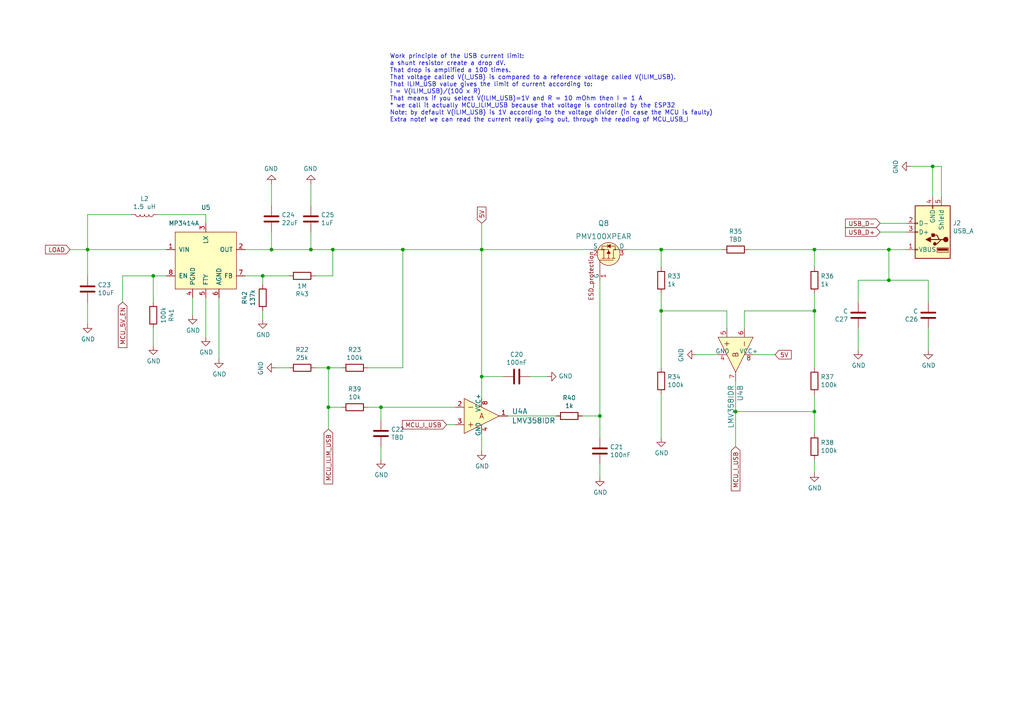
<source format=kicad_sch>
(kicad_sch (version 20211123) (generator eeschema)
  (paper "A4")
  (lib_symbols
    (symbol "SHS_DCDC:C-Device" (pin_numbers hide) (pin_names (offset 0.254))
      (property "Reference" "C" (at 0.635 2.54 0))
      (property "Value" "C-Device" (at 0.635 -2.54 0))
      (symbol "C-Device_0_1"
        (polyline (pts (xy -2.032 -0.762) (xy 2.032 -0.762)) (stroke (width 0.508)))
        (polyline (pts (xy -2.032 0.762) (xy 2.032 0.762)) (stroke (width 0.508)))
      )
      (symbol "C-Device_1_1"
        (pin passive line (at 0 3.81 270) (length 2.794) (name "~") (number "1"))
        (pin passive line (at 0 -3.81 90) (length 2.794) (name "~") (number "2"))
      )
    )
    (symbol "SHS_DCDC:GND-power" (power) (pin_names (offset 0))
      (property "Value" "GND-power" (at 0 -3.81 0))
      (symbol "GND-power_0_1"
        (polyline (pts (xy 0 0) (xy 0 -1.27) (xy 1.27 -1.27) (xy 0 -2.54) (xy -1.27 -1.27) (xy 0 -1.27)))
      )
      (symbol "GND-power_1_1"
        (pin power_in line (at 0 0 270) (length 0) hide (name "GND") (number "1"))
      )
    )
    (symbol "SHS_DCDC:L-Device" (pin_numbers hide) (pin_names (offset 1.016) hide)
      (property "Reference" "L" (at -1.27 0 90))
      (property "Value" "L-Device" (at 1.905 0 90))
      (symbol "L-Device_0_1"
        (arc (start 0 -2.54) (mid 0.635 -1.905) (end 0 -1.27))
        (arc (start 0 -1.27) (mid 0.635 -0.635) (end 0 0))
        (arc (start 0 0) (mid 0.635 0.635) (end 0 1.27))
        (arc (start 0 1.27) (mid 0.635 1.905) (end 0 2.54))
      )
      (symbol "L-Device_1_1"
        (pin passive line (at 0 3.81 270) (length 1.27) (name "1") (number "1"))
        (pin passive line (at 0 -3.81 90) (length 1.27) (name "2") (number "2"))
      )
    )
    (symbol "SHS_DCDC:LMV358IDR-dk_Linear-Amplifiers-Instrumentation-OP-Amps-Buffer-Amps" (pin_names (offset 0))
      (property "Reference" "U" (at -5.08 7.62 0))
      (property "Value" "LMV358IDR-dk_Linear-Amplifiers-Instrumentation-OP-Amps-Buffer-Amps" (at 2.54 -5.08 0))
      (symbol "LMV358IDR-dk_Linear-Amplifiers-Instrumentation-OP-Amps-Buffer-Amps_0_0"
        (polyline (pts (xy -3.81 -2.54) (xy -2.54 -2.54)))
        (polyline (pts (xy -3.81 2.54) (xy -2.54 2.54)))
        (polyline (pts (xy -3.175 -1.905) (xy -3.175 -3.175)))
        (polyline (pts (xy -5.08 5.08) (xy -5.08 -5.08) (xy 5.08 0) (xy -5.08 5.08)) (fill (type background)))
      )
      (symbol "LMV358IDR-dk_Linear-Amplifiers-Instrumentation-OP-Amps-Buffer-Amps_1_0"
        (text "A" (at 0 0 0) (effects (font (size 1.524 1.524))))
      )
      (symbol "LMV358IDR-dk_Linear-Amplifiers-Instrumentation-OP-Amps-Buffer-Amps_1_1"
        (pin output line (at 7.62 0 180) (length 2.54) (name "~") (number "1"))
        (pin input line (at -7.62 2.54 0) (length 2.54) (name "~") (number "2"))
        (pin input line (at -7.62 -2.54 0) (length 2.54) (name "~") (number "3"))
        (pin power_in line (at 0 -5.08 90) (length 2.54) (name "GND") (number "4"))
        (pin power_in line (at 0 5.08 270) (length 2.54) (name "VCC+") (number "8"))
      )
      (symbol "LMV358IDR-dk_Linear-Amplifiers-Instrumentation-OP-Amps-Buffer-Amps_2_0"
        (text "B" (at 0 0 0) (effects (font (size 1.524 1.524))))
      )
      (symbol "LMV358IDR-dk_Linear-Amplifiers-Instrumentation-OP-Amps-Buffer-Amps_2_1"
        (pin power_in line (at 0 -5.08 90) (length 2.54) (name "GND") (number "4"))
        (pin input line (at -7.62 -2.54 0) (length 2.54) (name "~") (number "5"))
        (pin input line (at -7.62 2.54 0) (length 2.54) (name "~") (number "6"))
        (pin output line (at 7.62 0 180) (length 2.54) (name "~") (number "7"))
        (pin power_in line (at 0 5.08 270) (length 2.54) (name "VCC+") (number "8"))
      )
    )
    (symbol "SHS_DCDC:MP3414A" (pin_names (offset 1.016))
      (property "Reference" "U" (at -7.62 -11.43 0))
      (property "Value" "MP3414A" (at -8.89 11.43 0))
      (symbol "MP3414A_1_1"
        (rectangle (start -8.89 8.89) (end 8.89 -7.62) (fill (type background)))
        (pin power_in line (at -11.43 3.81 0) (length 2.54) (name "VIN") (number "1"))
        (pin power_out line (at 11.43 3.81 180) (length 2.54) (name "OUT") (number "2"))
        (pin power_in line (at 0 11.43 270) (length 2.54) (name "LX") (number "3"))
        (pin power_out line (at -3.81 -10.16 90) (length 2.54) (name "PGND") (number "4"))
        (pin passive line (at 0 -10.16 90) (length 2.54) (name "FTY") (number "5"))
        (pin input line (at 3.81 -10.16 90) (length 2.54) (name "AGND") (number "6"))
        (pin input line (at 11.43 -3.81 180) (length 2.54) (name "FB") (number "7"))
        (pin input line (at -11.43 -3.81 0) (length 2.54) (name "EN") (number "8"))
      )
    )
    (symbol "SHS_DCDC:PMV100XPEAR" (pin_names (offset 0))
      (property "Reference" "Q" (at -2.6924 3.6322 0))
      (property "Value" "PMV100XPEAR" (at 3.4544 0 90))
      (symbol "PMV100XPEAR_0_0"
        (text "ESD_protection" (at -7.62 -5.08 0) (effects (font (size 1.27 1.27))))
      )
      (symbol "PMV100XPEAR_0_1"
        (circle (center -1.27 0) (radius 3.302) (fill (type background)))
        (circle (center 0 -1.905) (radius 0.127))
        (circle (center 0 -1.397) (radius 0.127))
        (polyline (pts (xy 0 -1.397) (xy -2.54 -1.397)))
        (polyline (pts (xy -6.35 -2.54) (xy -3.048 -2.54) (xy -3.048 1.397)))
        (polyline (pts (xy 0 -2.54) (xy 0 0) (xy -2.54 0)))
        (polyline (pts (xy 0 2.54) (xy 0 1.397) (xy -2.54 1.397)))
        (polyline (pts (xy -0.127 -1.905) (xy 1.016 -1.905) (xy 1.016 1.397) (xy 1.016 1.905) (xy -0.127 1.905)))
        (circle (center 0 1.905) (radius 0.127))
      )
      (symbol "PMV100XPEAR_1_1"
        (polyline (pts (xy -2.54 -1.397) (xy -2.54 -1.905)))
        (polyline (pts (xy -2.54 -1.397) (xy -2.54 -0.889)))
        (polyline (pts (xy -2.54 0) (xy -2.54 -0.508)))
        (polyline (pts (xy -2.54 0) (xy -2.54 0.508)))
        (polyline (pts (xy -2.54 1.905) (xy -2.54 0.889)))
        (polyline (pts (xy 1.524 -0.254) (xy 0.508 -0.254)))
        (polyline (pts (xy -0.381 0) (xy -1.143 0.508) (xy -1.143 -0.508) (xy -0.381 0)) (fill (type outline)))
        (polyline (pts (xy 1.016 -0.254) (xy 1.524 0.508) (xy 0.508 0.508) (xy 1.016 -0.254)) (fill (type outline)))
        (pin bidirectional line (at -8.89 -2.54 0) (length 2.54) (name "G") (number "1"))
        (pin bidirectional line (at 0 -5.08 90) (length 2.54) (name "S") (number "2"))
        (pin bidirectional line (at 0 5.08 270) (length 2.54) (name "D") (number "3"))
      )
    )
    (symbol "SHS_DCDC:R-Device" (pin_numbers hide) (pin_names (offset 0))
      (property "Reference" "R" (at 2.032 0 90))
      (property "Value" "R-Device" (at 0 0 90))
      (symbol "R-Device_0_1"
        (rectangle (start -1.016 -2.54) (end 1.016 2.54) (stroke (width 0.254)))
      )
      (symbol "R-Device_1_1"
        (pin passive line (at 0 3.81 270) (length 1.27) (name "~") (number "1"))
        (pin passive line (at 0 -3.81 90) (length 1.27) (name "~") (number "2"))
      )
    )
    (symbol "SHS_DCDC:USB_A-Connector" (pin_names (offset 1.016))
      (property "Reference" "J" (at -5.08 11.43 0))
      (property "Value" "USB_A-Connector" (at -5.08 8.89 0))
      (symbol "USB_A-Connector_0_1"
        (rectangle (start -5.08 -7.62) (end 5.08 7.62) (stroke (width 0.254)) (fill (type background)))
        (circle (center -3.81 2.159) (radius 0.635) (stroke (width 0.254)) (fill (type outline)))
        (rectangle (start -1.524 4.826) (end -4.318 5.334) (fill (type outline)))
        (rectangle (start -1.27 4.572) (end -4.572 5.842))
        (circle (center -0.635 3.429) (radius 0.381) (stroke (width 0.254)) (fill (type outline)))
        (rectangle (start -0.127 -7.62) (end 0.127 -6.858))
        (polyline (pts (xy -3.175 2.159) (xy -2.54 2.159) (xy -1.27 3.429) (xy -0.635 3.429)) (stroke (width 0.254)))
        (polyline (pts (xy -2.54 2.159) (xy -1.905 2.159) (xy -1.27 0.889) (xy 0 0.889)) (stroke (width 0.254)))
        (polyline (pts (xy 0.635 2.794) (xy 0.635 1.524) (xy 1.905 2.159) (xy 0.635 2.794)) (stroke (width 0.254)) (fill (type outline)))
        (rectangle (start 0.254 1.27) (end -0.508 0.508) (stroke (width 0.254)) (fill (type outline)))
        (rectangle (start 5.08 -2.667) (end 4.318 -2.413))
        (rectangle (start 5.08 -0.127) (end 4.318 0.127))
        (rectangle (start 5.08 4.953) (end 4.318 5.207))
      )
      (symbol "USB_A-Connector_1_1"
        (polyline (pts (xy -1.905 2.159) (xy 0.635 2.159)) (stroke (width 0.254)))
        (pin power_in line (at 7.62 5.08 180) (length 2.54) (name "VBUS") (number "1"))
        (pin bidirectional line (at 7.62 -2.54 180) (length 2.54) (name "D-") (number "2"))
        (pin bidirectional line (at 7.62 0 180) (length 2.54) (name "D+") (number "3"))
        (pin power_in line (at 0 -10.16 90) (length 2.54) (name "GND") (number "4"))
        (pin passive line (at -2.54 -10.16 90) (length 2.54) (name "Shield") (number "5"))
      )
    )
  )
  (junction (at 236.22 119.38))
  (junction (at 257.81 72.39))
  (junction (at 213.36 119.38))
  (junction (at 110.49 118.11))
  (junction (at 139.7 109.22))
  (junction (at 95.25 118.11))
  (junction (at 90.17 72.39))
  (junction (at 257.81 81.28))
  (junction (at 25.4 72.39))
  (junction (at 191.77 72.39))
  (junction (at 173.99 120.65))
  (junction (at 236.22 72.39))
  (junction (at 95.25 106.68))
  (junction (at 76.2 80.01))
  (junction (at 78.74 72.39))
  (junction (at 191.77 90.17))
  (junction (at 44.45 80.01))
  (junction (at 139.7 72.39))
  (junction (at 270.51 48.26))
  (junction (at 116.84 72.39))
  (junction (at 236.22 90.17))
  (junction (at 96.52 72.39))
  (wire (pts (xy 95.25 118.11) (xy 95.25 106.68)))
  (wire (pts (xy 173.99 120.65) (xy 173.99 127)))
  (wire (pts (xy 213.36 119.38) (xy 213.36 110.49)))
  (wire (pts (xy 110.49 118.11) (xy 132.08 118.11)))
  (wire (pts (xy 262.89 67.31) (xy 255.27 67.31)))
  (wire (pts (xy 236.22 72.39) (xy 236.22 77.47)))
  (wire (pts (xy 248.92 81.28) (xy 248.92 87.63)))
  (wire (pts (xy 25.4 87.63) (xy 25.4 93.98)))
  (wire (pts (xy 63.5 86.36) (xy 63.5 104.14)))
  (wire (pts (xy 25.4 72.39) (xy 25.4 80.01)))
  (wire (pts (xy 139.7 115.57) (xy 139.7 109.22)))
  (wire (pts (xy 48.26 80.01) (xy 44.45 80.01)))
  (wire (pts (xy 191.77 90.17) (xy 210.82 90.17)))
  (wire (pts (xy 76.2 80.01) (xy 71.12 80.01)))
  (wire (pts (xy 191.77 90.17) (xy 191.77 106.68)))
  (wire (pts (xy 35.56 80.01) (xy 44.45 80.01)))
  (wire (pts (xy 191.77 85.09) (xy 191.77 90.17)))
  (wire (pts (xy 96.52 72.39) (xy 90.17 72.39)))
  (wire (pts (xy 78.74 72.39) (xy 78.74 67.31)))
  (wire (pts (xy 236.22 133.35) (xy 236.22 137.16)))
  (wire (pts (xy 44.45 80.01) (xy 44.45 87.63)))
  (wire (pts (xy 110.49 118.11) (xy 106.68 118.11)))
  (wire (pts (xy 173.99 134.62) (xy 173.99 138.43)))
  (wire (pts (xy 25.4 72.39) (xy 48.26 72.39)))
  (wire (pts (xy 91.44 80.01) (xy 96.52 80.01)))
  (wire (pts (xy 217.17 72.39) (xy 236.22 72.39)))
  (wire (pts (xy 78.74 59.69) (xy 78.74 53.34)))
  (wire (pts (xy 218.44 102.87) (xy 224.79 102.87)))
  (wire (pts (xy 255.27 64.77) (xy 262.89 64.77)))
  (wire (pts (xy 168.91 120.65) (xy 173.99 120.65)))
  (wire (pts (xy 95.25 106.68) (xy 99.06 106.68)))
  (wire (pts (xy 273.05 57.15) (xy 273.05 48.26)))
  (wire (pts (xy 153.67 109.22) (xy 158.75 109.22)))
  (wire (pts (xy 90.17 72.39) (xy 78.74 72.39)))
  (wire (pts (xy 59.69 97.79) (xy 59.69 86.36)))
  (wire (pts (xy 248.92 81.28) (xy 257.81 81.28)))
  (wire (pts (xy 236.22 114.3) (xy 236.22 119.38)))
  (wire (pts (xy 91.44 106.68) (xy 95.25 106.68)))
  (wire (pts (xy 76.2 82.55) (xy 76.2 80.01)))
  (wire (pts (xy 90.17 59.69) (xy 90.17 53.34)))
  (wire (pts (xy 257.81 72.39) (xy 257.81 81.28)))
  (wire (pts (xy 139.7 125.73) (xy 139.7 130.81)))
  (wire (pts (xy 139.7 72.39) (xy 171.45 72.39)))
  (wire (pts (xy 236.22 72.39) (xy 257.81 72.39)))
  (wire (pts (xy 96.52 80.01) (xy 96.52 72.39)))
  (wire (pts (xy 116.84 72.39) (xy 116.84 106.68)))
  (wire (pts (xy 191.77 72.39) (xy 191.77 77.47)))
  (wire (pts (xy 116.84 72.39) (xy 96.52 72.39)))
  (wire (pts (xy 45.72 62.23) (xy 59.69 62.23)))
  (wire (pts (xy 208.28 102.87) (xy 201.93 102.87)))
  (wire (pts (xy 139.7 109.22) (xy 139.7 72.39)))
  (wire (pts (xy 210.82 90.17) (xy 210.82 95.25)))
  (wire (pts (xy 25.4 72.39) (xy 25.4 62.23)))
  (wire (pts (xy 236.22 85.09) (xy 236.22 90.17)))
  (wire (pts (xy 248.92 95.25) (xy 248.92 101.6)))
  (wire (pts (xy 25.4 62.23) (xy 38.1 62.23)))
  (wire (pts (xy 236.22 90.17) (xy 215.9 90.17)))
  (wire (pts (xy 139.7 64.77) (xy 139.7 72.39)))
  (wire (pts (xy 269.24 81.28) (xy 269.24 87.63)))
  (wire (pts (xy 110.49 129.54) (xy 110.49 133.35)))
  (wire (pts (xy 270.51 57.15) (xy 270.51 48.26)))
  (wire (pts (xy 110.49 121.92) (xy 110.49 118.11)))
  (wire (pts (xy 147.32 120.65) (xy 161.29 120.65)))
  (wire (pts (xy 76.2 90.17) (xy 76.2 92.71)))
  (wire (pts (xy 181.61 72.39) (xy 191.77 72.39)))
  (wire (pts (xy 59.69 62.23) (xy 59.69 64.77)))
  (wire (pts (xy 236.22 90.17) (xy 236.22 106.68)))
  (wire (pts (xy 55.88 86.36) (xy 55.88 91.44)))
  (wire (pts (xy 132.08 123.19) (xy 129.54 123.19)))
  (wire (pts (xy 20.32 72.39) (xy 25.4 72.39)))
  (wire (pts (xy 213.36 119.38) (xy 213.36 129.54)))
  (wire (pts (xy 35.56 87.63) (xy 35.56 80.01)))
  (wire (pts (xy 236.22 119.38) (xy 236.22 125.73)))
  (wire (pts (xy 257.81 81.28) (xy 269.24 81.28)))
  (wire (pts (xy 270.51 48.26) (xy 264.16 48.26)))
  (wire (pts (xy 257.81 72.39) (xy 262.89 72.39)))
  (wire (pts (xy 173.99 120.65) (xy 173.99 81.28)))
  (wire (pts (xy 95.25 118.11) (xy 99.06 118.11)))
  (wire (pts (xy 78.74 72.39) (xy 71.12 72.39)))
  (wire (pts (xy 44.45 100.33) (xy 44.45 95.25)))
  (wire (pts (xy 191.77 72.39) (xy 209.55 72.39)))
  (wire (pts (xy 95.25 118.11) (xy 95.25 124.46)))
  (wire (pts (xy 273.05 48.26) (xy 270.51 48.26)))
  (wire (pts (xy 80.01 106.68) (xy 83.82 106.68)))
  (wire (pts (xy 215.9 90.17) (xy 215.9 95.25)))
  (wire (pts (xy 139.7 72.39) (xy 116.84 72.39)))
  (wire (pts (xy 269.24 95.25) (xy 269.24 101.6)))
  (wire (pts (xy 83.82 80.01) (xy 76.2 80.01)))
  (wire (pts (xy 106.68 106.68) (xy 116.84 106.68)))
  (wire (pts (xy 139.7 109.22) (xy 146.05 109.22)))
  (wire (pts (xy 191.77 114.3) (xy 191.77 127)))
  (wire (pts (xy 90.17 67.31) (xy 90.17 72.39)))
  (wire (pts (xy 236.22 119.38) (xy 213.36 119.38)))
  (text "Work principle of the USB current limit:\na shunt resistor create a drop dV.\nThat drop is amplified a 100 times.\nThat voltage called V(I_USB) is compared to a reference voltage called V(ILIM_USB).\nThat ILIM_USB value gives the limit of current according to:\nI = V(ILIM_USB)/(100 x R)\nThat means if you select V(ILIM_USB)=1V and R = 10 mOhm then I = 1 A\n* we call it actually MCU_ILIM_USB because that voltage is controlled by the ESP32\nNote: by default V(ILIM_USB) is 1V according to the voltage divider (in case the MCU is faulty)\nExtra note! we can read the current really going out, through the reading of MCU_USB_I" (at 113.03 35.56 0) (effects (font (size 1.27 1.27)) (justify left bottom)))
  (global_label "5V" (shape input) (at 224.79 102.87 0) (property "Intersheet References" "${INTERSHEET_REFS}" (effects hide)))
  (global_label "MCU_5V_EN" (shape input) (at 35.56 87.63 270) (property "Intersheet References" "${INTERSHEET_REFS}" (effects hide)))
  (global_label "USB_D+" (shape input) (at 255.27 67.31 180) (property "Intersheet References" "${INTERSHEET_REFS}" (effects hide)))
  (global_label "MCU_ILIM_USB" (shape input) (at 95.25 124.46 270) (property "Intersheet References" "${INTERSHEET_REFS}" (effects hide)))
  (global_label "MCU_I_USB" (shape input) (at 213.36 129.54 270) (property "Intersheet References" "${INTERSHEET_REFS}" (effects hide)))
  (global_label "USB_D-" (shape input) (at 255.27 64.77 180) (property "Intersheet References" "${INTERSHEET_REFS}" (effects hide)))
  (global_label "MCU_I_USB" (shape input) (at 129.54 123.19 180) (property "Intersheet References" "${INTERSHEET_REFS}" (effects hide)))
  (global_label "5V" (shape input) (at 139.7 64.77 90) (property "Intersheet References" "${INTERSHEET_REFS}" (effects hide)))
  (global_label "LOAD" (shape input) (at 20.32 72.39 180) (property "Intersheet References" "${INTERSHEET_REFS}" (effects hide)))
  (symbol (lib_id "SHS_DCDC:LMV358IDR-dk_Linear-Amplifiers-Instrumentation-OP-Amps-Buffer-Amps") (at 139.7 120.65 0) (unit 1)
    (property "Reference" "U4" (at 148.4376 119.3038 0) (effects (font (size 1.524 1.524)) (justify left)))
    (property "Value" "LMV358IDR" (at 148.4376 121.9962 0) (effects (font (size 1.524 1.524)) (justify left)))
    (property "Footprint" "digikey-footprints:SOIC-8_W3.9mm" (effects hide))
    (property "Datasheet" "http://www.ti.com/lit/ds/symlink/lmv324.pdf" (effects hide))
    (property "Digi-Key_PN" "296-9571-1-ND" (effects hide))
    (property "MPN" "LMV358IDR" (effects hide))
    (property "Category" "Integrated Circuits (ICs)" (effects hide))
    (property "Family" "Linear - Amplifiers - Instrumentation, OP Amps, Buffer Amps" (effects hide))
    (property "DK_Datasheet_Link" "http://www.ti.com/lit/ds/symlink/lmv324.pdf" (effects hide))
    (property "DK_Detail_Page" "/product-detail/en/texas-instruments/LMV358IDR/296-9571-1-ND/379842" (effects hide))
    (property "Description" "IC OPAMP GP 2 CIRCUIT 8SOIC" (effects hide))
    (property "Manufacturer" "Texas Instruments" (effects hide))
    (property "Status" "Active" (effects hide))
  )
  (symbol (lib_id "SHS_DCDC:LMV358IDR-dk_Linear-Amplifiers-Instrumentation-OP-Amps-Buffer-Amps") (at 213.36 102.87 270) (unit 2)
    (property "Reference" "U4" (at 214.7062 111.6076 0) (effects (font (size 1.524 1.524)) (justify left)))
    (property "Value" "LMV358IDR" (at 212.0138 111.6076 0) (effects (font (size 1.524 1.524)) (justify left)))
    (property "Footprint" "digikey-footprints:SOIC-8_W3.9mm" (effects hide))
    (property "Datasheet" "http://www.ti.com/lit/ds/symlink/lmv324.pdf" (effects hide))
    (property "Digi-Key_PN" "296-9571-1-ND" (effects hide))
    (property "MPN" "LMV358IDR" (effects hide))
    (property "Category" "Integrated Circuits (ICs)" (effects hide))
    (property "Family" "Linear - Amplifiers - Instrumentation, OP Amps, Buffer Amps" (effects hide))
    (property "DK_Datasheet_Link" "http://www.ti.com/lit/ds/symlink/lmv324.pdf" (effects hide))
    (property "DK_Detail_Page" "/product-detail/en/texas-instruments/LMV358IDR/296-9571-1-ND/379842" (effects hide))
    (property "Description" "IC OPAMP GP 2 CIRCUIT 8SOIC" (effects hide))
    (property "Manufacturer" "Texas Instruments" (effects hide))
    (property "Status" "Active" (effects hide))
  )
  (symbol (lib_id "SHS_DCDC:GND-power") (at 139.7 130.81 0) (unit 1)
    (property "Reference" "#PWR037" (effects hide))
    (property "Value" "GND-power" (at 139.827 135.2042 0))
  )
  (symbol (lib_id "SHS_DCDC:GND-power") (at 201.93 102.87 270) (unit 1)
    (property "Reference" "#PWR036" (effects hide))
    (property "Value" "GND-power" (at 197.5358 102.997 0))
  )
  (symbol (lib_id "SHS_DCDC:C-Device") (at 149.86 109.22 270) (unit 1)
    (property "Reference" "C20" (at 149.86 102.8192 90))
    (property "Value" "100nF" (at 149.86 105.1306 90))
    (property "Footprint" "Capacitor_SMD:C_0402_1005Metric" (effects hide))
  )
  (symbol (lib_id "SHS_DCDC:GND-power") (at 158.75 109.22 90) (unit 1)
    (property "Reference" "#PWR038" (effects hide))
    (property "Value" "GND-power" (at 162.0012 109.093 90) (effects (justify right)))
  )
  (symbol (lib_id "SHS_DCDC:R-Device") (at 165.1 120.65 270) (unit 1)
    (property "Reference" "R40" (at 165.1 115.3922 90))
    (property "Value" "1k" (at 165.1 117.7036 90))
    (property "Footprint" "Resistor_SMD:R_0603_1608Metric" (effects hide))
  )
  (symbol (lib_id "SHS_DCDC:C-Device") (at 173.99 130.81 180) (unit 1)
    (property "Reference" "C21" (at 176.911 129.6416 0) (effects (justify right)))
    (property "Value" "100nF" (at 176.911 131.953 0) (effects (justify right)))
    (property "Footprint" "Capacitor_SMD:C_0603_1608Metric" (effects hide))
  )
  (symbol (lib_id "SHS_DCDC:GND-power") (at 173.99 138.43 0) (unit 1)
    (property "Reference" "#PWR039" (effects hide))
    (property "Value" "GND-power" (at 174.117 142.8242 0))
  )
  (symbol (lib_id "SHS_DCDC:R-Device") (at 213.36 72.39 270) (unit 1)
    (property "Reference" "R35" (at 213.36 67.1322 90))
    (property "Value" "TBD" (at 213.36 69.4436 90))
    (property "Footprint" "Resistor_SMD:R_0805_2012Metric" (effects hide))
  )
  (symbol (lib_id "SHS_DCDC:R-Device") (at 191.77 81.28 180) (unit 1)
    (property "Reference" "R33" (at 193.548 80.1116 0) (effects (justify right)))
    (property "Value" "1k" (at 193.548 82.423 0) (effects (justify right)))
    (property "Footprint" "Resistor_SMD:R_0603_1608Metric" (effects hide))
  )
  (symbol (lib_id "SHS_DCDC:R-Device") (at 236.22 81.28 180) (unit 1)
    (property "Reference" "R36" (at 237.998 80.1116 0) (effects (justify right)))
    (property "Value" "1k" (at 237.998 82.423 0) (effects (justify right)))
    (property "Footprint" "Resistor_SMD:R_0603_1608Metric" (effects hide))
  )
  (symbol (lib_id "SHS_DCDC:R-Device") (at 191.77 110.49 180) (unit 1)
    (property "Reference" "R34" (at 193.548 109.3216 0) (effects (justify right)))
    (property "Value" "100k" (at 193.548 111.633 0) (effects (justify right)))
    (property "Footprint" "Resistor_SMD:R_0603_1608Metric" (effects hide))
  )
  (symbol (lib_id "SHS_DCDC:GND-power") (at 191.77 127 0) (unit 1)
    (property "Reference" "#PWR040" (effects hide))
    (property "Value" "GND-power" (at 191.897 131.3942 0))
  )
  (symbol (lib_id "SHS_DCDC:R-Device") (at 236.22 110.49 180) (unit 1)
    (property "Reference" "R37" (at 237.998 109.3216 0) (effects (justify right)))
    (property "Value" "100k" (at 237.998 111.633 0) (effects (justify right)))
    (property "Footprint" "Resistor_SMD:R_0603_1608Metric" (effects hide))
  )
  (symbol (lib_id "SHS_DCDC:R-Device") (at 236.22 129.54 180) (unit 1)
    (property "Reference" "R38" (at 237.998 128.3716 0) (effects (justify right)))
    (property "Value" "100k" (at 237.998 130.683 0) (effects (justify right)))
    (property "Footprint" "Resistor_SMD:R_0603_1608Metric" (effects hide))
  )
  (symbol (lib_id "SHS_DCDC:GND-power") (at 236.22 137.16 0) (unit 1)
    (property "Reference" "#PWR041" (effects hide))
    (property "Value" "GND-power" (at 236.347 141.5542 0))
  )
  (symbol (lib_id "SHS_DCDC:R-Device") (at 102.87 118.11 270) (unit 1)
    (property "Reference" "R39" (at 102.87 112.8522 90))
    (property "Value" "10k" (at 102.87 115.1636 90))
    (property "Footprint" "Resistor_SMD:R_0603_1608Metric" (effects hide))
  )
  (symbol (lib_id "SHS_DCDC:C-Device") (at 110.49 125.73 0) (unit 1)
    (property "Reference" "C22" (at 113.411 124.5616 0) (effects (justify left)))
    (property "Value" "TBD" (at 113.411 126.873 0) (effects (justify left)))
    (property "Footprint" "Capacitor_SMD:C_0603_1608Metric" (effects hide))
  )
  (symbol (lib_id "SHS_DCDC:GND-power") (at 110.49 133.35 0) (unit 1)
    (property "Reference" "#PWR042" (effects hide))
    (property "Value" "GND-power" (at 110.617 137.7442 0))
  )
  (symbol (lib_id "SHS_DCDC:MP3414A") (at 59.69 76.2 0) (unit 1)
    (property "Reference" "U5" (at 59.69 60.1726 0))
    (property "Value" "MP3414A" (at 53.34 64.77 0))
    (property "Footprint" "SHS_DCDC:MP3414A" (effects hide))
  )
  (symbol (lib_id "SHS_DCDC:C-Device") (at 25.4 83.82 0) (unit 1)
    (property "Reference" "C23" (at 28.321 82.6516 0) (effects (justify left)))
    (property "Value" "10uF" (at 28.321 84.963 0) (effects (justify left)))
    (property "Footprint" "Capacitor_SMD:C_0805_2012Metric" (effects hide))
  )
  (symbol (lib_id "SHS_DCDC:GND-power") (at 25.4 93.98 0) (unit 1)
    (property "Reference" "#PWR043" (effects hide))
    (property "Value" "GND-power" (at 25.527 98.3742 0))
  )
  (symbol (lib_id "SHS_DCDC:GND-power") (at 55.88 91.44 0) (unit 1)
    (property "Reference" "#PWR044" (effects hide))
    (property "Value" "GND-power" (at 56.007 95.8342 0))
  )
  (symbol (lib_id "SHS_DCDC:GND-power") (at 59.69 97.79 0) (unit 1)
    (property "Reference" "#PWR045" (effects hide))
    (property "Value" "GND-power" (at 59.817 102.1842 0))
  )
  (symbol (lib_id "SHS_DCDC:GND-power") (at 63.5 104.14 0) (unit 1)
    (property "Reference" "#PWR046" (effects hide))
    (property "Value" "GND-power" (at 63.627 108.5342 0))
  )
  (symbol (lib_id "SHS_DCDC:L-Device") (at 41.91 62.23 270) (unit 1)
    (property "Reference" "L2" (at 41.91 57.6326 90))
    (property "Value" "1.5 uH" (at 41.91 59.944 90))
    (property "Footprint" "Inductor_SMD:L_Taiyo-Yuden_NR-60xx" (effects hide))
    (property "Ref" "NR6028T1R5N" (effects hide))
  )
  (symbol (lib_id "SHS_DCDC:R-Device") (at 44.45 91.44 180) (unit 1)
    (property "Reference" "R41" (at 49.7078 91.44 90))
    (property "Value" "100k" (at 47.3964 91.44 90))
    (property "Footprint" "Resistor_SMD:R_0603_1608Metric" (effects hide))
  )
  (symbol (lib_id "SHS_DCDC:R-Device") (at 87.63 80.01 90) (unit 1)
    (property "Reference" "R43" (at 87.63 85.2678 90))
    (property "Value" "1M" (at 87.63 82.9564 90))
    (property "Footprint" "Resistor_SMD:R_0603_1608Metric" (effects hide))
  )
  (symbol (lib_id "SHS_DCDC:R-Device") (at 76.2 86.36 0) (unit 1)
    (property "Reference" "R42" (at 70.9422 86.36 90))
    (property "Value" "137k" (at 73.2536 86.36 90))
    (property "Footprint" "Resistor_SMD:R_0603_1608Metric" (effects hide))
  )
  (symbol (lib_id "SHS_DCDC:GND-power") (at 76.2 92.71 0) (unit 1)
    (property "Reference" "#PWR047" (effects hide))
    (property "Value" "GND-power" (at 76.327 97.1042 0))
  )
  (symbol (lib_id "SHS_DCDC:USB_A-Connector") (at 270.51 67.31 180) (unit 1)
    (property "Reference" "J2" (at 276.352 64.6938 0) (effects (justify right)))
    (property "Value" "USB_A" (at 276.352 67.0052 0) (effects (justify right)))
    (property "Footprint" "Connector_USB:USB_A_CONNFLY_DS1095-WNR0" (effects hide))
    (property "Datasheet" " ~" (effects hide))
  )
  (symbol (lib_id "SHS_DCDC:GND-power") (at 264.16 48.26 270) (unit 1)
    (property "Reference" "#PWR0106" (effects hide))
    (property "Value" "GND-power" (at 259.7658 48.387 0))
  )
  (symbol (lib_id "SHS_DCDC:C-Device") (at 78.74 63.5 0) (unit 1)
    (property "Reference" "C24" (at 81.661 62.3316 0) (effects (justify left)))
    (property "Value" "22uF" (at 81.661 64.643 0) (effects (justify left)))
    (property "Footprint" "Capacitor_SMD:C_0805_2012Metric" (effects hide))
  )
  (symbol (lib_id "SHS_DCDC:C-Device") (at 90.17 63.5 0) (unit 1)
    (property "Reference" "C25" (at 93.091 62.3316 0) (effects (justify left)))
    (property "Value" "1uF" (at 93.091 64.643 0) (effects (justify left)))
    (property "Footprint" "Capacitor_SMD:C_0603_1608Metric" (effects hide))
  )
  (symbol (lib_id "SHS_DCDC:GND-power") (at 78.74 53.34 180) (unit 1)
    (property "Reference" "#PWR048" (effects hide))
    (property "Value" "GND-power" (at 78.613 48.9458 0))
  )
  (symbol (lib_id "SHS_DCDC:GND-power") (at 90.17 53.34 180) (unit 1)
    (property "Reference" "#PWR049" (effects hide))
    (property "Value" "GND-power" (at 90.043 48.9458 0))
  )
  (symbol (lib_id "SHS_DCDC:C-Device") (at 269.24 91.44 180) (unit 1)
    (property "Reference" "C26" (at 266.319 92.6084 0) (effects (justify left)))
    (property "Value" "C" (at 266.319 90.297 0) (effects (justify left)))
    (property "Footprint" "Capacitor_SMD:C_1210_3225Metric" (effects hide))
  )
  (symbol (lib_id "SHS_DCDC:C-Device") (at 248.92 91.44 180) (unit 1)
    (property "Reference" "C27" (at 245.999 92.6084 0) (effects (justify left)))
    (property "Value" "C" (at 245.999 90.297 0) (effects (justify left)))
    (property "Footprint" "Capacitor_SMD:C_1210_3225Metric" (effects hide))
  )
  (symbol (lib_id "SHS_DCDC:GND-power") (at 269.24 101.6 0) (unit 1)
    (property "Reference" "#PWR0107" (effects hide))
    (property "Value" "GND-power" (at 269.367 105.9942 0))
  )
  (symbol (lib_id "SHS_DCDC:GND-power") (at 248.92 101.6 0) (unit 1)
    (property "Reference" "#PWR0108" (effects hide))
    (property "Value" "GND-power" (at 249.047 105.9942 0))
  )
  (symbol (lib_id "SHS_DCDC:R-Device") (at 102.87 106.68 270) (unit 1)
    (property "Reference" "R23" (at 102.87 101.4222 90))
    (property "Value" "100k" (at 102.87 103.7336 90))
    (property "Footprint" "Resistor_SMD:R_0603_1608Metric" (effects hide))
  )
  (symbol (lib_id "SHS_DCDC:GND-power") (at 44.45 100.33 0) (unit 1)
    (property "Reference" "#PWR0125" (effects hide))
    (property "Value" "GND-power" (at 44.577 104.7242 0))
  )
  (symbol (lib_id "SHS_DCDC:R-Device") (at 87.63 106.68 270) (unit 1)
    (property "Reference" "R22" (at 87.63 101.4222 90))
    (property "Value" "25k" (at 87.63 103.7336 90))
    (property "Footprint" "Resistor_SMD:R_0603_1608Metric" (effects hide))
  )
  (symbol (lib_id "SHS_DCDC:PMV100XPEAR") (at 176.53 72.39 270) (mirror x) (unit 1)
    (property "Reference" "Q8" (at 175.0703 64.77 90) (effects (font (size 1.524 1.524))))
    (property "Value" "PMV100XPEAR" (at 175.0703 68.58 90) (effects (font (size 1.524 1.524))))
    (property "Footprint" "digikey-kicad-library-master:SOT-23-3" (effects hide))
    (property "MPN" "PMV100XPEAR" (effects hide))
    (property "Category" "Discrete Semiconductor Products" (effects hide))
    (property "Family" "Transistors - FETs, MOSFETs - Single" (effects hide))
    (property "Description" "MOSFET P-CH 20V 2.4A SOT23" (effects hide))
    (property "Manufacturer" "Nexperia USA" (effects hide))
    (property "Status" "Active" (effects hide))
  )
  (symbol (lib_id "SHS_DCDC:GND-power") (at 80.01 106.68 270) (unit 1)
    (property "Reference" "#PWR0109" (effects hide))
    (property "Value" "GND-power" (at 75.6158 106.807 0))
  )
)
</source>
